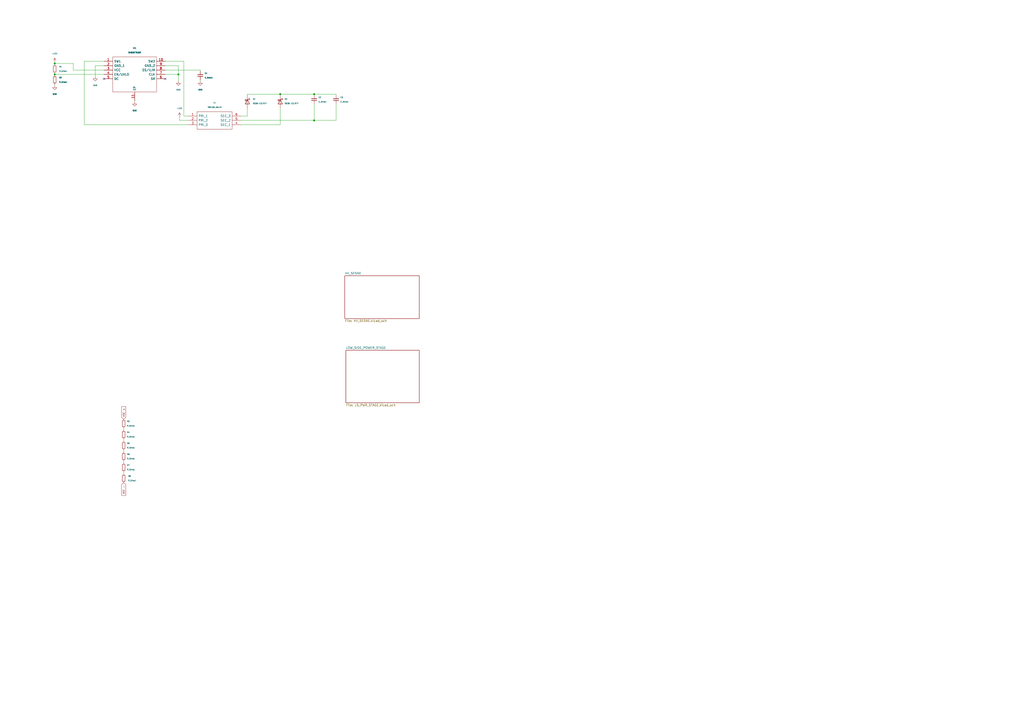
<source format=kicad_sch>
(kicad_sch (version 20211123) (generator eeschema)
  (paper "A2")
  (title_block (title "Inverter Power Board") (rev "1.0") (company "Logan Rosenmayer"))
  (lib_symbols
    (symbol "Device:C_Small" (pin_numbers hide) (pin_names (offset 0.254) hide)
      (property "Reference" "C" (at 0.254 1.778 0))
      (property "Value" "C_Small" (at 0.254 -2.032 0))
      (symbol "C_Small_0_1"
        (polyline (pts (xy -1.524 -0.508) (xy 1.524 -0.508)) (stroke (width 0.3302)))
        (polyline (pts (xy -1.524 0.508) (xy 1.524 0.508)) (stroke (width 0.3048)))
      )
      (symbol "C_Small_1_1"
        (pin passive line (at 0 2.54 270) (length 2.032) (name "~") (number "1"))
        (pin passive line (at 0 -2.54 90) (length 2.032) (name "~") (number "2"))
      )
    )
    (symbol "Device:D_Schottky" (pin_numbers hide) (pin_names (offset 1.016) hide)
      (property "Reference" "D" (at 0 2.54 0))
      (property "Value" "D_Schottky" (at 0 -2.54 0))
      (symbol "D_Schottky_0_1"
        (polyline (pts (xy 1.27 0) (xy -1.27 0)))
        (polyline (pts (xy 1.27 1.27) (xy 1.27 -1.27) (xy -1.27 0) (xy 1.27 1.27)) (stroke (width 0.254)))
        (polyline (pts (xy -1.905 0.635) (xy -1.905 1.27) (xy -1.27 1.27) (xy -1.27 -1.27) (xy -0.635 -1.27) (xy -0.635 -0.635)) (stroke (width 0.254)))
      )
      (symbol "D_Schottky_1_1"
        (pin passive line (at -3.81 0 0) (length 2.54) (name "K") (number "1"))
        (pin passive line (at 3.81 0 180) (length 2.54) (name "A") (number "2"))
      )
    )
    (symbol "Device:R_Small" (pin_numbers hide) (pin_names (offset 0.254) hide)
      (property "Reference" "R" (at 0.762 0.508 0))
      (property "Value" "R_Small" (at 0.762 -1.016 0))
      (symbol "R_Small_0_1"
        (rectangle (start -0.762 1.778) (end 0.762 -1.778) (stroke (width 0.2032)))
      )
      (symbol "R_Small_1_1"
        (pin passive line (at 0 2.54 270) (length 0.762) (name "~") (number "1"))
        (pin passive line (at 0 -2.54 90) (length 0.762) (name "~") (number "2"))
      )
    )
    (symbol "SamacSys_Parts:782100_35JVC" (pin_names (offset 0.762))
      (property "Reference" "T" (at 26.67 7.62 0))
      (property "Value" "782100_35JVC" (at 26.67 5.08 0))
      (symbol "782100_35JVC_0_0"
        (pin passive line (at 0 0 0) (length 5.08) (name "PRI_1") (number "1"))
        (pin passive line (at 0 -2.54 0) (length 5.08) (name "PRI_2") (number "2"))
        (pin passive line (at 0 -5.08 0) (length 5.08) (name "PRI_3") (number "3"))
        (pin passive line (at 30.48 -5.08 180) (length 5.08) (name "SEC_1") (number "4"))
        (pin passive line (at 30.48 -2.54 180) (length 5.08) (name "SEC_2") (number "5"))
        (pin passive line (at 30.48 0 180) (length 5.08) (name "SEC_3") (number "6"))
      )
      (symbol "782100_35JVC_0_1"
        (polyline (pts (xy 5.08 2.54) (xy 25.4 2.54) (xy 25.4 -7.62) (xy 5.08 -7.62) (xy 5.08 2.54)) (stroke (width 0.1524)))
      )
    )
    (symbol "SamacSys_Parts:SN6507DGQR" (pin_names (offset 0.762))
      (property "Reference" "IC" (at 31.75 7.62 0))
      (property "Value" "SN6507DGQR" (at 31.75 5.08 0))
      (symbol "SN6507DGQR_0_0"
        (pin passive line (at 0 0 0) (length 5.08) (name "SW1") (number "1"))
        (pin passive line (at 35.56 0 180) (length 5.08) (name "SW2") (number "10"))
        (pin passive line (at 17.78 -22.86 90) (length 5.08) (name "EP") (number "11"))
        (pin passive line (at 0 -2.54 0) (length 5.08) (name "GND_1") (number "2"))
        (pin passive line (at 0 -5.08 0) (length 5.08) (name "VCC") (number "3"))
        (pin passive line (at 0 -7.62 0) (length 5.08) (name "EN/UVLO") (number "4"))
        (pin passive line (at 0 -10.16 0) (length 5.08) (name "DC") (number "5"))
        (pin passive line (at 35.56 -10.16 180) (length 5.08) (name "SR") (number "6"))
        (pin passive line (at 35.56 -7.62 180) (length 5.08) (name "CLK") (number "7"))
        (pin passive line (at 35.56 -5.08 180) (length 5.08) (name "SS/ILIM") (number "8"))
        (pin passive line (at 35.56 -2.54 180) (length 5.08) (name "GND_2") (number "9"))
      )
      (symbol "SN6507DGQR_0_1"
        (polyline (pts (xy 5.08 2.54) (xy 30.48 2.54) (xy 30.48 -17.78) (xy 5.08 -17.78) (xy 5.08 2.54)) (stroke (width 0.1524)))
      )
    )
    (symbol "power:+12V" (power) (pin_names (offset 0))
      (property "Value" "+12V" (at 0 3.556 0))
      (symbol "+12V_0_1"
        (polyline (pts (xy -0.762 1.27) (xy 0 2.54)))
        (polyline (pts (xy 0 0) (xy 0 2.54)))
        (polyline (pts (xy 0 2.54) (xy 0.762 1.27)))
      )
      (symbol "+12V_1_1"
        (pin power_in line (at 0 0 90) (length 0) hide (name "+12V") (number "1"))
      )
    )
    (symbol "power:GND" (power) (pin_names (offset 0))
      (property "Value" "GND" (at 0 -3.81 0))
      (symbol "GND_0_1"
        (polyline (pts (xy 0 0) (xy 0 -1.27) (xy 1.27 -1.27) (xy 0 -2.54) (xy -1.27 -1.27) (xy 0 -1.27)))
      )
      (symbol "GND_1_1"
        (pin power_in line (at 0 0 270) (length 0) hide (name "GND") (number "1"))
      )
    )
  )
  (junction (at 162.56 54.61))
  (junction (at 182.245 69.85))
  (junction (at 31.75 36.83))
  (junction (at 103.505 43.18))
  (junction (at 182.245 54.61))
  (junction (at 31.75 43.18))
  (no_connect (at 95.885 45.72))
  (no_connect (at 60.325 45.72))
  (wire (pts (xy 31.75 48.895) (xy 31.75 49.53)))
  (wire (pts (xy 78.105 58.42) (xy 78.105 59.055)))
  (wire (pts (xy 31.75 42.545) (xy 31.75 43.18)))
  (wire (pts (xy 162.56 54.61) (xy 182.245 54.61)))
  (wire (pts (xy 194.945 69.85) (xy 194.945 60.325)))
  (wire (pts (xy 143.51 67.31) (xy 143.51 62.865)))
  (wire (pts (xy 162.56 54.61) (xy 162.56 55.245)))
  (wire (pts (xy 116.205 46.355) (xy 116.205 46.99)))
  (wire (pts (xy 60.325 40.64) (xy 42.545 40.64)))
  (wire (pts (xy 42.545 36.83) (xy 31.75 36.83)))
  (wire (pts (xy 55.245 44.45) (xy 55.245 38.1)))
  (wire (pts (xy 139.7 72.39) (xy 162.56 72.39)))
  (wire (pts (xy 71.755 260.985) (xy 71.755 262.255)))
  (wire (pts (xy 42.545 40.64) (xy 42.545 36.83)))
  (wire (pts (xy 31.75 36.195) (xy 31.75 36.83)))
  (wire (pts (xy 31.75 36.83) (xy 31.75 37.465)))
  (wire (pts (xy 71.755 273.685) (xy 71.755 274.955)))
  (wire (pts (xy 139.7 69.85) (xy 182.245 69.85)))
  (wire (pts (xy 95.885 35.56) (xy 106.68 35.56)))
  (wire (pts (xy 95.885 43.18) (xy 103.505 43.18)))
  (wire (pts (xy 143.51 55.245) (xy 143.51 54.61)))
  (wire (pts (xy 103.505 43.18) (xy 103.505 46.99)))
  (wire (pts (xy 104.14 67.945) (xy 104.14 69.85)))
  (wire (pts (xy 182.245 69.85) (xy 194.945 69.85)))
  (wire (pts (xy 48.895 35.56) (xy 60.325 35.56)))
  (wire (pts (xy 31.75 43.18) (xy 60.325 43.18)))
  (wire (pts (xy 55.245 38.1) (xy 60.325 38.1)))
  (wire (pts (xy 182.245 54.61) (xy 194.945 54.61)))
  (wire (pts (xy 116.205 40.64) (xy 116.205 41.275)))
  (wire (pts (xy 71.755 254.635) (xy 71.755 255.905)))
  (wire (pts (xy 103.505 38.1) (xy 95.885 38.1)))
  (wire (pts (xy 48.895 35.56) (xy 48.895 72.39)))
  (wire (pts (xy 106.68 67.31) (xy 106.68 35.56)))
  (wire (pts (xy 31.75 43.18) (xy 31.75 43.815)))
  (wire (pts (xy 95.885 40.64) (xy 116.205 40.64)))
  (wire (pts (xy 103.505 38.1) (xy 103.505 43.18)))
  (wire (pts (xy 104.14 69.85) (xy 109.22 69.85)))
  (wire (pts (xy 48.895 72.39) (xy 109.22 72.39)))
  (wire (pts (xy 194.945 54.61) (xy 194.945 55.245)))
  (wire (pts (xy 71.755 267.335) (xy 71.755 268.605)))
  (wire (pts (xy 143.51 54.61) (xy 162.56 54.61)))
  (wire (pts (xy 182.245 69.85) (xy 182.245 60.325)))
  (wire (pts (xy 109.22 67.31) (xy 106.68 67.31)))
  (wire (pts (xy 139.7 67.31) (xy 143.51 67.31)))
  (wire (pts (xy 71.755 248.285) (xy 71.755 249.555)))
  (wire (pts (xy 162.56 72.39) (xy 162.56 62.865)))
  (wire (pts (xy 182.245 54.61) (xy 182.245 55.245)))
  (global_label "HV +" (shape input) (at 71.755 243.205 90) (property "Intersheet References" "${INTERSHEET_REFS}" (effects hide)))
  (global_label "HV -" (shape input) (at 71.755 280.035 270) (property "Intersheet References" "${INTERSHEET_REFS}" (effects hide)))
  (symbol (lib_id "power:+12V") (at 104.14 67.945 0) (unit 1)
    (property "Reference" "#PWR06" (effects hide))
    (property "Value" "+12V" (at 104.14 62.865 0) (effects (font (size 0.75 0.75))))
  )
  (symbol (lib_id "Device:R_Small") (at 71.755 258.445 180) (unit 1)
    (property "Reference" "R5" (at 73.66 257.1749 0) (effects (font (size 0.75 0.75)) (justify right)))
    (property "Value" "R_Small" (at 73.66 259.7149 0) (effects (font (size 0.75 0.75)) (justify right)))
  )
  (symbol (lib_id "Device:R_Small") (at 71.755 252.095 180) (unit 1)
    (property "Reference" "R4" (at 73.66 250.8249 0) (effects (font (size 0.75 0.75)) (justify right)))
    (property "Value" "R_Small" (at 73.66 253.3649 0) (effects (font (size 0.75 0.75)) (justify right)))
  )
  (symbol (lib_id "Device:R_Small") (at 31.75 46.355 0) (unit 1)
    (property "Reference" "R2" (at 34.29 45.0849 0) (effects (font (size 0.75 0.75)) (justify left)))
    (property "Value" "R_Small" (at 34.29 47.6249 0) (effects (font (size 0.75 0.75)) (justify left)))
  )
  (symbol (lib_id "Device:R_Small") (at 71.755 245.745 180) (unit 1)
    (property "Reference" "R3" (at 73.66 244.4749 0) (effects (font (size 0.75 0.75)) (justify right)))
    (property "Value" "R_Small" (at 73.66 247.0149 0) (effects (font (size 0.75 0.75)) (justify right)))
  )
  (symbol (lib_id "Device:C_Small") (at 182.245 57.785 180) (unit 1)
    (property "Reference" "C2" (at 184.785 56.5085 0) (effects (font (size 0.75 0.75)) (justify right)))
    (property "Value" "C_Small" (at 184.785 59.0485 0) (effects (font (size 0.75 0.75)) (justify right)))
  )
  (symbol (lib_id "power:GND") (at 103.505 46.99 0) (unit 1)
    (property "Reference" "#PWR05" (effects hide))
    (property "Value" "GND" (at 103.505 52.07 0) (effects (font (size 0.75 0.75))))
  )
  (symbol (lib_id "Device:R_Small") (at 71.755 277.495 180) (unit 1)
    (property "Reference" "R8" (at 74.295 276.2249 0) (effects (font (size 0.75 0.75)) (justify right)))
    (property "Value" "R_Small" (at 74.295 278.7649 0) (effects (font (size 0.75 0.75)) (justify right)))
  )
  (symbol (lib_id "Device:R_Small") (at 31.75 40.005 180) (unit 1)
    (property "Reference" "R1" (at 34.29 38.7349 0) (effects (font (size 0.75 0.75)) (justify right)))
    (property "Value" "R_Small" (at 34.29 41.2749 0) (effects (font (size 0.75 0.75)) (justify right)))
  )
  (symbol (lib_id "SamacSys_Parts:SN6507DGQR") (at 60.325 35.56 0) (unit 1)
    (property "Reference" "IC1" (at 78.105 27.94 0) (effects (font (size 0.75 0.75))))
    (property "Value" "SN6507DGQR" (at 78.105 30.48 0) (effects (font (size 0.75 0.75))))
    (property "Footprint" "SOP50P490X110-11N" (effects hide))
    (property "Datasheet" "https://www.ti.com/lit/ds/symlink/sn6507.pdf?ts=1666771541869&ref_url=https%253A%252F%252Fwww.ti.com%252Fproduct%252FSN6507" (effects hide))
    (property "Description" "Gate Drivers Low-emission 36-V push-pull transformer driver with duty cycle control for isolated power supplies" (effects hide))
    (property "Height" "1.1" (effects hide))
    (property "Manufacturer_Name" "Texas Instruments" (effects hide))
    (property "Manufacturer_Part_Number" "SN6507DGQR" (effects hide))
    (property "Mouser Part Number" "595-SN6507DGQR" (effects hide))
    (property "Mouser Price/Stock" "https://www.mouser.co.uk/ProductDetail/Texas-Instruments/SN6507DGQR?qs=vvQtp7zwQdOlI8FFS82ezA%3D%3D" (effects hide))
    (property "Arrow Part Number" "SN6507DGQR" (effects hide))
    (property "Arrow Price/Stock" "https://www.arrow.com/en/products/sn6507dgqr/texas-instruments?region=nac" (effects hide))
  )
  (symbol (lib_id "power:+12V") (at 31.75 36.195 0) (unit 1)
    (property "Reference" "#PWR01" (effects hide))
    (property "Value" "+12V" (at 31.75 31.115 0) (effects (font (size 0.75 0.75))))
  )
  (symbol (lib_id "SamacSys_Parts:782100_35JVC") (at 109.22 67.31 0) (unit 1)
    (property "Reference" "T1" (at 124.46 59.69 0) (effects (font (size 0.75 0.75))))
    (property "Value" "782100_35JVC" (at 124.46 62.23 0) (effects (font (size 0.75 0.75))))
    (property "Footprint" "78210035JVC" (effects hide))
    (property "Datasheet" "https://www.murata.com/products/productdata/8816045850654/kmp-782100.pdf?1648429826000" (effects hide))
    (property "Description" "SMPS Transformer, Toroidal Converter, 4 kV, 3.3V" (effects hide))
    (property "Height" "6.85" (effects hide))
    (property "Manufacturer_Name" "Murata Electronics" (effects hide))
    (property "Manufacturer_Part_Number" "782100/35JVC" (effects hide))
    (property "Mouser Part Number" "580-782100/35JVC" (effects hide))
    (property "Mouser Price/Stock" "https://www.mouser.co.uk/ProductDetail/Murata-Power-Solutions/782100-35JVC?qs=55YtniHzbhCvA5mi3%252B80xw%3D%3D" (effects hide))
    (property "Arrow Part Number" "782100/35JVC" (effects hide))
    (property "Arrow Price/Stock" "https://www.arrow.com/en/products/78210035jvc/murata-power-solutions" (effects hide))
  )
  (symbol (lib_id "power:GND") (at 78.105 59.055 0) (unit 1)
    (property "Reference" "#PWR04" (effects hide))
    (property "Value" "GND" (at 78.105 64.135 0) (effects (font (size 0.75 0.75))))
  )
  (symbol (lib_id "Device:C_Small") (at 116.205 43.815 180) (unit 1)
    (property "Reference" "C1" (at 118.745 42.5385 0) (effects (font (size 0.75 0.75)) (justify right)))
    (property "Value" "C_Small" (at 118.745 45.0785 0) (effects (font (size 0.75 0.75)) (justify right)))
  )
  (symbol (lib_id "Device:R_Small") (at 71.755 271.145 180) (unit 1)
    (property "Reference" "R7" (at 73.66 269.8749 0) (effects (font (size 0.75 0.75)) (justify right)))
    (property "Value" "R_Small" (at 73.66 272.4149 0) (effects (font (size 0.75 0.75)) (justify right)))
  )
  (symbol (lib_id "power:GND") (at 55.245 44.45 0) (unit 1)
    (property "Reference" "#PWR03" (effects hide))
    (property "Value" "GND" (at 55.245 49.53 0) (effects (font (size 0.75 0.75))))
  )
  (symbol (lib_id "Device:D_Schottky") (at 162.56 59.055 270) (unit 1)
    (property "Reference" "D2" (at 165.1 57.4674 90) (effects (font (size 0.75 0.75)) (justify left)))
    (property "Value" "SS36-E3/57T" (at 165.1 60.0074 90) (effects (font (size 0.75 0.75)) (justify left)))
    (property "Footprint" "Diode_SMD:D_SMC" (effects hide))
  )
  (symbol (lib_id "power:GND") (at 31.75 49.53 0) (unit 1)
    (property "Reference" "#PWR02" (effects hide))
    (property "Value" "GND" (at 31.75 54.61 0) (effects (font (size 0.75 0.75))))
  )
  (symbol (lib_id "Device:C_Small") (at 194.945 57.785 180) (unit 1)
    (property "Reference" "C3" (at 197.485 56.5085 0) (effects (font (size 0.75 0.75)) (justify right)))
    (property "Value" "C_Small" (at 197.485 59.0485 0) (effects (font (size 0.75 0.75)) (justify right)))
  )
  (symbol (lib_id "Device:D_Schottky") (at 143.51 59.055 270) (unit 1)
    (property "Reference" "D1" (at 146.685 57.4674 90) (effects (font (size 0.75 0.75)) (justify left)))
    (property "Value" "SS36-E3/57T" (at 146.685 60.0074 90) (effects (font (size 0.75 0.75)) (justify left)))
    (property "Footprint" "Diode_SMD:D_SMC" (effects hide))
  )
  (symbol (lib_id "Device:R_Small") (at 71.755 264.795 180) (unit 1)
    (property "Reference" "R6" (at 73.66 263.5249 0) (effects (font (size 0.75 0.75)) (justify right)))
    (property "Value" "R_Small" (at 73.66 266.0649 0) (effects (font (size 0.75 0.75)) (justify right)))
  )
  (symbol (lib_id "power:GND") (at 116.205 46.99 0) (unit 1)
    (property "Reference" "#PWR07" (effects hide))
    (property "Value" "GND" (at 116.205 52.07 0) (effects (font (size 0.75 0.75))))
  )
  (sheet (at 200.66 203.2) (size 42.545 30.48) (stroke (width 0.1524))
    (property "Sheet name" "LOW_SIDE_POWER_STAGE" (at 200.66 202.4884 0) (effects (justify left bottom)))
    (property "Sheet file" "LS_PWR_STAGE.kicad_sch" (at 200.66 234.2646 0) (effects (justify left top)))
  )
  (sheet (at 200.025 160.02) (size 43.18 24.765) (stroke (width 0.1524))
    (property "Sheet name" "HV_SESNE" (at 200.025 159.3084 0) (effects (justify left bottom)))
    (property "Sheet file" "HV_SESNE.kicad_sch" (at 200.025 185.3696 0) (effects (justify left top)))
  )
)
</source>
